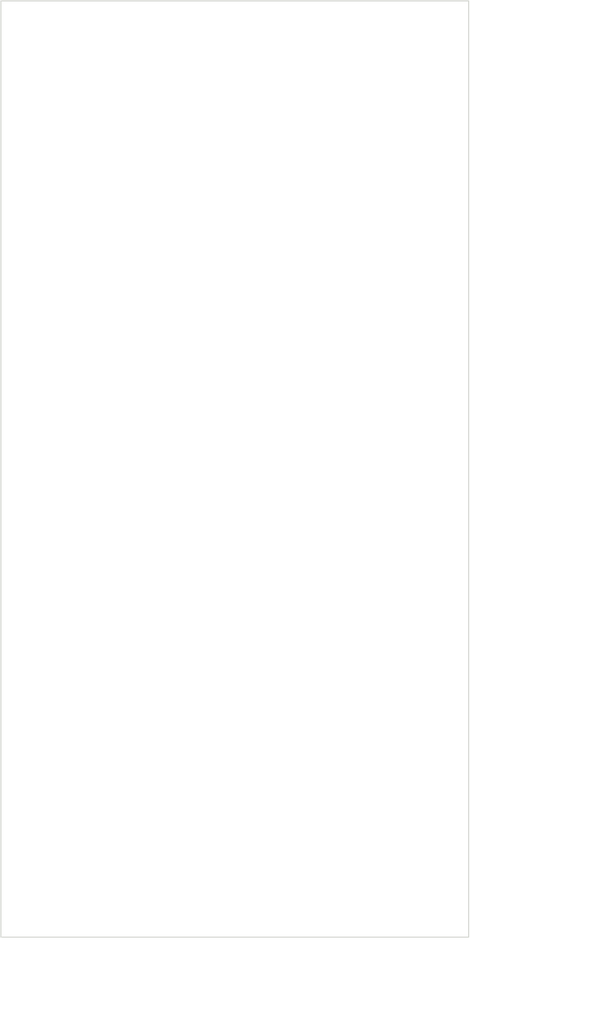
<source format=kicad_pcb>
(kicad_pcb (version 20221018) (generator pcbnew)

  (general
    (thickness 1.6)
  )

  (paper "A4")
  (layers
    (0 "F.Cu" signal)
    (31 "B.Cu" signal)
    (32 "B.Adhes" user "B.Adhesive")
    (33 "F.Adhes" user "F.Adhesive")
    (34 "B.Paste" user)
    (35 "F.Paste" user)
    (36 "B.SilkS" user "B.Silkscreen")
    (37 "F.SilkS" user "F.Silkscreen")
    (38 "B.Mask" user)
    (39 "F.Mask" user)
    (40 "Dwgs.User" user "User.Drawings")
    (41 "Cmts.User" user "User.Comments")
    (42 "Eco1.User" user "User.Eco1")
    (43 "Eco2.User" user "User.Eco2")
    (44 "Edge.Cuts" user)
    (45 "Margin" user)
    (46 "B.CrtYd" user "B.Courtyard")
    (47 "F.CrtYd" user "F.Courtyard")
    (48 "B.Fab" user)
    (49 "F.Fab" user)
    (50 "User.1" user)
    (51 "User.2" user)
    (52 "User.3" user)
    (53 "User.4" user)
    (54 "User.5" user)
    (55 "User.6" user)
    (56 "User.7" user)
    (57 "User.8" user)
    (58 "User.9" user)
  )

  (setup
    (pad_to_mask_clearance 0)
    (pcbplotparams
      (layerselection 0x00010fc_ffffffff)
      (plot_on_all_layers_selection 0x0000000_00000000)
      (disableapertmacros false)
      (usegerberextensions false)
      (usegerberattributes true)
      (usegerberadvancedattributes true)
      (creategerberjobfile true)
      (dashed_line_dash_ratio 12.000000)
      (dashed_line_gap_ratio 3.000000)
      (svgprecision 4)
      (plotframeref false)
      (viasonmask false)
      (mode 1)
      (useauxorigin false)
      (hpglpennumber 1)
      (hpglpenspeed 20)
      (hpglpendiameter 15.000000)
      (dxfpolygonmode true)
      (dxfimperialunits true)
      (dxfusepcbnewfont true)
      (psnegative false)
      (psa4output false)
      (plotreference true)
      (plotvalue true)
      (plotinvisibletext false)
      (sketchpadsonfab false)
      (subtractmaskfromsilk false)
      (outputformat 1)
      (mirror false)
      (drillshape 1)
      (scaleselection 1)
      (outputdirectory "")
    )
  )

  (net 0 "")

  (gr_line (start 100 50) (end 100 100)
    (stroke (width 0.05) (type default)) (layer "Edge.Cuts") (tstamp 049d9570-aa14-4d53-9589-ffdaf887d360))
  (gr_line (start 125 100) (end 125 50)
    (stroke (width 0.05) (type default)) (layer "Edge.Cuts") (tstamp 351eff52-b2a9-486a-b840-b8b4980eebe8))
  (gr_line (start 125 50) (end 100 50)
    (stroke (width 0.05) (type default)) (layer "Edge.Cuts") (tstamp 5db59969-ba91-4b8c-8635-730a0c5cd9c2))
  (gr_line (start 100 100) (end 125 100)
    (stroke (width 0.05) (type default)) (layer "Edge.Cuts") (tstamp 64e5a26e-d2e8-4d7f-83fd-b805e9d4ab67))
  (dimension (type aligned) (layer "User.1") (tstamp 65951bc7-4731-4404-99f9-8cb839f7b176)
    (pts (xy 126 100) (xy 126 50))
    (height 3)
    (gr_text "50,0000 mm" (at 127.85 75 90) (layer "User.1") (tstamp 65951bc7-4731-4404-99f9-8cb839f7b176)
      (effects (font (size 1 1) (thickness 0.15)))
    )
    (format (prefix "") (suffix "") (units 3) (units_format 1) (precision 4))
    (style (thickness 0.1) (arrow_length 1.27) (text_position_mode 0) (extension_height 0.58642) (extension_offset 0.5) keep_text_aligned)
  )
  (dimension (type aligned) (layer "User.1") (tstamp 82a86345-4b7e-45cb-aadd-71dbb6834c76)
    (pts (xy 100 101) (xy 125 101))
    (height 3)
    (gr_text "25,0000 mm" (at 112.5 102.85) (layer "User.1") (tstamp 82a86345-4b7e-45cb-aadd-71dbb6834c76)
      (effects (font (size 1 1) (thickness 0.15)))
    )
    (format (prefix "") (suffix "") (units 3) (units_format 1) (precision 4))
    (style (thickness 0.1) (arrow_length 1.27) (text_position_mode 0) (extension_height 0.58642) (extension_offset 0.5) keep_text_aligned)
  )

)

</source>
